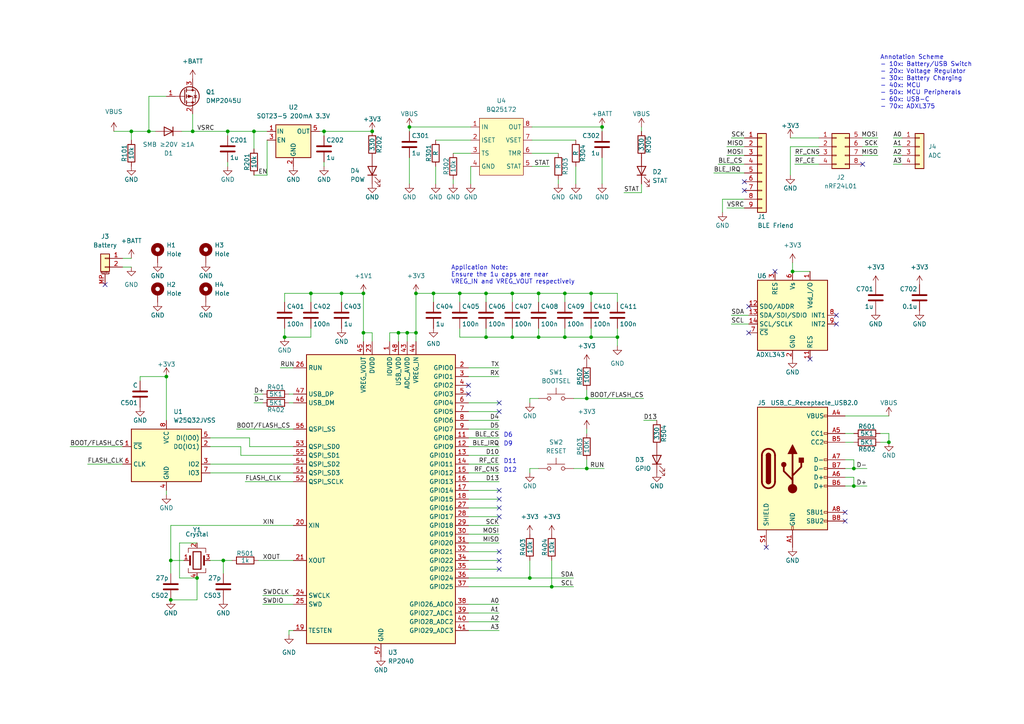
<source format=kicad_sch>
(kicad_sch (version 20211123) (generator eeschema)
  (paper "A4")
  (junction (at 73.66 38.1))
  (junction (at 229.87 78.74))
  (junction (at 140.97 85.09))
  (junction (at 115.57 96.52))
  (junction (at 105.41 85.09))
  (junction (at 118.745 36.83))
  (junction (at 99.06 85.09))
  (junction (at 156.21 85.09))
  (junction (at 148.59 97.79))
  (junction (at 170.18 135.89))
  (junction (at 48.26 109.22))
  (junction (at 133.35 85.09))
  (junction (at 55.88 38.1))
  (junction (at 120.65 96.52))
  (junction (at 49.53 173.99))
  (junction (at 90.17 85.09))
  (junction (at 107.95 38.1))
  (junction (at 66.04 38.1))
  (junction (at 156.21 97.79))
  (junction (at 118.11 96.52))
  (junction (at 49.53 162.56))
  (junction (at 140.97 97.79))
  (junction (at 170.18 115.57))
  (junction (at 64.77 162.56))
  (junction (at 105.41 96.52))
  (junction (at 153.67 167.64))
  (junction (at 163.83 97.79))
  (junction (at 257.81 128.27))
  (junction (at 57.15 167.64))
  (junction (at 247.65 140.97))
  (junction (at 148.59 85.09))
  (junction (at 174.625 36.83))
  (junction (at 171.45 97.79))
  (junction (at 82.55 97.79))
  (junction (at 120.65 85.09))
  (junction (at 179.07 97.79))
  (junction (at 125.73 85.09))
  (junction (at 171.45 85.09))
  (junction (at 93.98 38.1))
  (junction (at 43.18 38.1))
  (junction (at 38.1 38.1))
  (junction (at 247.65 135.89))
  (junction (at 163.83 85.09))
  (junction (at 160.02 170.18))
  (no_connect (at 144.78 160.02))
  (no_connect (at 135.89 111.76))
  (no_connect (at 135.89 114.3))
  (no_connect (at 250.19 47.625))
  (no_connect (at 242.57 93.98))
  (no_connect (at 242.57 91.44))
  (no_connect (at 144.78 147.32))
  (no_connect (at 217.17 96.52))
  (no_connect (at 217.17 88.9))
  (no_connect (at 215.9 52.705))
  (no_connect (at 215.9 55.245))
  (no_connect (at 245.11 148.59))
  (no_connect (at 234.95 104.14))
  (no_connect (at 224.79 78.74))
  (no_connect (at 144.78 165.1))
  (no_connect (at 30.48 82.55))
  (no_connect (at 144.78 119.38))
  (no_connect (at 144.78 116.84))
  (no_connect (at 144.78 142.24))
  (no_connect (at 245.11 151.13))
  (no_connect (at 222.25 158.75))
  (no_connect (at 144.78 162.56))
  (no_connect (at 144.78 144.78))
  (no_connect (at 144.78 149.86))
  (wire (pts (xy 77.47 40.64) (xy 77.47 50.8)))
  (wire (pts (xy 85.09 152.4) (xy 49.53 152.4)))
  (wire (pts (xy 57.15 167.64) (xy 57.15 173.99)))
  (wire (pts (xy 245.11 138.43) (xy 247.65 138.43)))
  (wire (pts (xy 135.89 116.84) (xy 144.78 116.84)))
  (wire (pts (xy 135.89 144.78) (xy 144.78 144.78)))
  (wire (pts (xy 90.17 85.09) (xy 99.06 85.09)))
  (wire (pts (xy 133.35 87.63) (xy 133.35 85.09)))
  (wire (pts (xy 83.82 116.84) (xy 85.09 116.84)))
  (wire (pts (xy 140.97 85.09) (xy 148.59 85.09)))
  (wire (pts (xy 255.27 125.73) (xy 257.81 125.73)))
  (wire (pts (xy 229.235 42.545) (xy 229.235 50.8)))
  (wire (pts (xy 83.82 182.88) (xy 85.09 182.88)))
  (wire (pts (xy 69.85 132.08) (xy 69.85 129.54)))
  (wire (pts (xy 148.59 97.79) (xy 156.21 97.79)))
  (wire (pts (xy 140.97 97.79) (xy 148.59 97.79)))
  (wire (pts (xy 115.57 96.52) (xy 118.11 96.52)))
  (wire (pts (xy 33.02 38.1) (xy 38.1 38.1)))
  (wire (pts (xy 174.625 36.83) (xy 174.625 38.1)))
  (wire (pts (xy 135.89 129.54) (xy 144.78 129.54)))
  (wire (pts (xy 209.55 57.785) (xy 209.55 61.595)))
  (wire (pts (xy 179.07 97.79) (xy 179.07 100.33)))
  (wire (pts (xy 131.445 52.07) (xy 131.445 53.34)))
  (wire (pts (xy 105.41 99.06) (xy 105.41 96.52)))
  (wire (pts (xy 135.89 177.8) (xy 144.78 177.8)))
  (wire (pts (xy 135.89 167.64) (xy 153.67 167.64)))
  (wire (pts (xy 107.95 96.52) (xy 107.95 99.06)))
  (wire (pts (xy 210.82 45.085) (xy 215.9 45.085)))
  (wire (pts (xy 105.41 96.52) (xy 107.95 96.52)))
  (wire (pts (xy 245.11 128.27) (xy 247.65 128.27)))
  (wire (pts (xy 153.67 135.89) (xy 156.21 135.89)))
  (wire (pts (xy 171.45 85.09) (xy 171.45 87.63)))
  (wire (pts (xy 113.03 99.06) (xy 113.03 96.52)))
  (wire (pts (xy 72.39 129.54) (xy 85.09 129.54)))
  (wire (pts (xy 148.59 95.25) (xy 148.59 97.79)))
  (wire (pts (xy 140.97 85.09) (xy 140.97 87.63)))
  (wire (pts (xy 135.89 121.92) (xy 144.78 121.92)))
  (wire (pts (xy 212.09 40.005) (xy 215.9 40.005)))
  (wire (pts (xy 93.98 38.1) (xy 93.98 39.37)))
  (wire (pts (xy 82.55 97.79) (xy 90.17 97.79)))
  (wire (pts (xy 118.745 45.72) (xy 118.745 53.34)))
  (wire (pts (xy 135.89 165.1) (xy 144.78 165.1)))
  (wire (pts (xy 259.08 47.625) (xy 261.62 47.625)))
  (wire (pts (xy 210.82 60.325) (xy 215.9 60.325)))
  (wire (pts (xy 135.89 180.34) (xy 144.78 180.34)))
  (wire (pts (xy 135.89 182.88) (xy 144.78 182.88)))
  (wire (pts (xy 38.1 38.1) (xy 43.18 38.1)))
  (wire (pts (xy 113.03 96.52) (xy 115.57 96.52)))
  (wire (pts (xy 135.89 139.7) (xy 144.78 139.7)))
  (wire (pts (xy 229.87 78.74) (xy 234.95 78.74)))
  (wire (pts (xy 92.71 38.1) (xy 93.98 38.1)))
  (wire (pts (xy 156.21 95.25) (xy 156.21 97.79)))
  (wire (pts (xy 255.27 128.27) (xy 257.81 128.27)))
  (wire (pts (xy 215.9 57.785) (xy 209.55 57.785)))
  (wire (pts (xy 118.11 96.52) (xy 120.65 96.52)))
  (wire (pts (xy 49.53 152.4) (xy 49.53 162.56)))
  (wire (pts (xy 259.08 45.085) (xy 261.62 45.085)))
  (wire (pts (xy 148.59 85.09) (xy 156.21 85.09)))
  (wire (pts (xy 135.89 162.56) (xy 144.78 162.56)))
  (wire (pts (xy 49.53 162.56) (xy 49.53 166.37)))
  (wire (pts (xy 81.28 106.68) (xy 85.09 106.68)))
  (wire (pts (xy 99.06 85.09) (xy 105.41 85.09)))
  (wire (pts (xy 245.11 133.35) (xy 247.65 133.35)))
  (wire (pts (xy 73.66 116.84) (xy 76.2 116.84)))
  (wire (pts (xy 120.65 85.09) (xy 125.73 85.09)))
  (wire (pts (xy 153.67 162.56) (xy 153.67 167.64)))
  (wire (pts (xy 82.55 95.25) (xy 82.55 97.79)))
  (wire (pts (xy 208.28 47.625) (xy 215.9 47.625)))
  (wire (pts (xy 105.41 96.52) (xy 105.41 85.09)))
  (wire (pts (xy 64.77 162.56) (xy 64.77 166.37)))
  (wire (pts (xy 43.18 27.94) (xy 48.26 27.94)))
  (wire (pts (xy 133.35 85.09) (xy 140.97 85.09)))
  (wire (pts (xy 135.89 175.26) (xy 144.78 175.26)))
  (wire (pts (xy 186.055 53.34) (xy 186.055 55.88)))
  (wire (pts (xy 250.19 42.545) (xy 254.635 42.545)))
  (wire (pts (xy 71.12 139.7) (xy 85.09 139.7)))
  (wire (pts (xy 171.45 95.25) (xy 171.45 97.79)))
  (wire (pts (xy 179.07 85.09) (xy 179.07 87.63)))
  (wire (pts (xy 180.975 55.88) (xy 186.055 55.88)))
  (wire (pts (xy 85.09 134.62) (xy 60.96 134.62)))
  (wire (pts (xy 135.89 142.24) (xy 144.78 142.24)))
  (wire (pts (xy 135.89 152.4) (xy 144.78 152.4)))
  (wire (pts (xy 135.89 134.62) (xy 144.78 134.62)))
  (wire (pts (xy 247.65 140.97) (xy 251.46 140.97)))
  (wire (pts (xy 186.055 36.83) (xy 186.055 38.1)))
  (wire (pts (xy 161.925 52.07) (xy 161.925 53.34)))
  (wire (pts (xy 163.83 95.25) (xy 163.83 97.79)))
  (wire (pts (xy 135.89 109.22) (xy 144.78 109.22)))
  (wire (pts (xy 140.97 95.25) (xy 140.97 97.79)))
  (wire (pts (xy 212.09 91.44) (xy 217.17 91.44)))
  (wire (pts (xy 125.73 85.09) (xy 133.35 85.09)))
  (wire (pts (xy 186.69 121.92) (xy 190.5 121.92)))
  (wire (pts (xy 60.96 162.56) (xy 64.77 162.56)))
  (wire (pts (xy 38.1 38.1) (xy 38.1 40.64)))
  (wire (pts (xy 85.09 132.08) (xy 69.85 132.08)))
  (wire (pts (xy 52.07 157.48) (xy 52.07 167.64)))
  (wire (pts (xy 135.89 106.68) (xy 144.78 106.68)))
  (wire (pts (xy 229.235 40.005) (xy 237.49 40.005)))
  (wire (pts (xy 66.04 38.1) (xy 73.66 38.1)))
  (wire (pts (xy 135.89 157.48) (xy 144.78 157.48)))
  (wire (pts (xy 136.525 48.26) (xy 136.525 53.34)))
  (wire (pts (xy 68.58 124.46) (xy 85.09 124.46)))
  (wire (pts (xy 135.89 137.16) (xy 144.78 137.16)))
  (wire (pts (xy 154.305 44.45) (xy 161.925 44.45)))
  (wire (pts (xy 74.93 162.56) (xy 85.09 162.56)))
  (wire (pts (xy 170.18 124.46) (xy 170.18 125.73)))
  (wire (pts (xy 76.2 172.72) (xy 85.09 172.72)))
  (wire (pts (xy 163.83 85.09) (xy 163.83 87.63)))
  (wire (pts (xy 133.35 95.25) (xy 133.35 97.79)))
  (wire (pts (xy 77.47 50.8) (xy 73.66 50.8)))
  (wire (pts (xy 35.56 77.47) (xy 38.1 77.47)))
  (wire (pts (xy 83.82 184.15) (xy 83.82 182.88)))
  (wire (pts (xy 115.57 96.52) (xy 115.57 99.06)))
  (wire (pts (xy 135.89 147.32) (xy 144.78 147.32)))
  (wire (pts (xy 66.04 38.1) (xy 66.04 39.37)))
  (wire (pts (xy 154.305 40.64) (xy 167.005 40.64)))
  (wire (pts (xy 83.82 114.3) (xy 85.09 114.3)))
  (wire (pts (xy 76.2 175.26) (xy 85.09 175.26)))
  (wire (pts (xy 245.11 135.89) (xy 247.65 135.89)))
  (wire (pts (xy 35.56 74.93) (xy 38.1 74.93)))
  (wire (pts (xy 90.17 85.09) (xy 90.17 87.63)))
  (wire (pts (xy 250.19 45.085) (xy 254.635 45.085)))
  (wire (pts (xy 72.39 127) (xy 72.39 129.54)))
  (wire (pts (xy 230.505 45.085) (xy 237.49 45.085)))
  (wire (pts (xy 48.26 142.24) (xy 48.26 143.51)))
  (wire (pts (xy 20.32 129.54) (xy 35.56 129.54)))
  (wire (pts (xy 166.37 135.89) (xy 170.18 135.89)))
  (wire (pts (xy 156.21 85.09) (xy 163.83 85.09)))
  (wire (pts (xy 170.18 133.35) (xy 170.18 135.89)))
  (wire (pts (xy 48.26 109.22) (xy 48.26 121.92)))
  (wire (pts (xy 212.09 93.98) (xy 217.17 93.98)))
  (wire (pts (xy 126.365 40.64) (xy 136.525 40.64)))
  (wire (pts (xy 156.21 85.09) (xy 156.21 87.63)))
  (wire (pts (xy 66.04 46.99) (xy 66.04 48.26)))
  (wire (pts (xy 133.35 97.79) (xy 140.97 97.79)))
  (wire (pts (xy 160.02 162.56) (xy 160.02 170.18)))
  (wire (pts (xy 210.82 42.545) (xy 215.9 42.545)))
  (wire (pts (xy 40.64 109.22) (xy 40.64 110.49)))
  (wire (pts (xy 126.365 48.26) (xy 126.365 53.34)))
  (wire (pts (xy 170.18 113.03) (xy 170.18 115.57)))
  (wire (pts (xy 166.37 115.57) (xy 170.18 115.57)))
  (wire (pts (xy 171.45 85.09) (xy 179.07 85.09)))
  (wire (pts (xy 153.67 167.64) (xy 166.37 167.64)))
  (wire (pts (xy 125.73 85.09) (xy 125.73 87.63)))
  (wire (pts (xy 49.53 173.99) (xy 57.15 173.99)))
  (wire (pts (xy 135.89 119.38) (xy 144.78 119.38)))
  (wire (pts (xy 55.88 38.1) (xy 66.04 38.1)))
  (wire (pts (xy 230.505 47.625) (xy 237.49 47.625)))
  (wire (pts (xy 135.89 127) (xy 144.78 127)))
  (wire (pts (xy 118.11 96.52) (xy 118.11 99.06)))
  (wire (pts (xy 229.87 76.2) (xy 229.87 78.74)))
  (wire (pts (xy 135.89 160.02) (xy 144.78 160.02)))
  (wire (pts (xy 118.745 36.83) (xy 136.525 36.83)))
  (wire (pts (xy 131.445 44.45) (xy 136.525 44.45)))
  (wire (pts (xy 153.67 137.16) (xy 153.67 135.89)))
  (wire (pts (xy 229.235 42.545) (xy 237.49 42.545)))
  (wire (pts (xy 174.625 45.72) (xy 174.625 53.34)))
  (wire (pts (xy 64.77 162.56) (xy 67.31 162.56)))
  (wire (pts (xy 154.305 48.26) (xy 159.385 48.26)))
  (wire (pts (xy 135.89 170.18) (xy 160.02 170.18)))
  (wire (pts (xy 247.65 133.35) (xy 247.65 135.89)))
  (wire (pts (xy 43.18 27.94) (xy 43.18 38.1)))
  (wire (pts (xy 120.65 96.52) (xy 120.65 85.09)))
  (wire (pts (xy 170.18 135.89) (xy 175.26 135.89)))
  (wire (pts (xy 135.89 149.86) (xy 144.78 149.86)))
  (wire (pts (xy 73.66 38.1) (xy 73.66 43.18)))
  (wire (pts (xy 167.005 48.26) (xy 167.005 53.34)))
  (wire (pts (xy 259.08 40.005) (xy 261.62 40.005)))
  (wire (pts (xy 247.65 138.43) (xy 247.65 140.97)))
  (wire (pts (xy 60.96 137.16) (xy 85.09 137.16)))
  (wire (pts (xy 60.96 127) (xy 72.39 127)))
  (wire (pts (xy 259.08 42.545) (xy 261.62 42.545)))
  (wire (pts (xy 247.65 135.89) (xy 251.46 135.89)))
  (wire (pts (xy 153.67 115.57) (xy 156.21 115.57)))
  (wire (pts (xy 52.07 157.48) (xy 57.15 157.48)))
  (wire (pts (xy 163.83 85.09) (xy 171.45 85.09)))
  (wire (pts (xy 52.07 167.64) (xy 57.15 167.64)))
  (wire (pts (xy 93.98 46.99) (xy 93.98 48.26)))
  (wire (pts (xy 245.11 140.97) (xy 247.65 140.97)))
  (wire (pts (xy 93.98 38.1) (xy 107.95 38.1)))
  (wire (pts (xy 154.305 36.83) (xy 174.625 36.83)))
  (wire (pts (xy 171.45 97.79) (xy 179.07 97.79)))
  (wire (pts (xy 156.21 97.79) (xy 163.83 97.79)))
  (wire (pts (xy 148.59 85.09) (xy 148.59 87.63)))
  (wire (pts (xy 245.11 125.73) (xy 247.65 125.73)))
  (wire (pts (xy 207.01 50.165) (xy 215.9 50.165)))
  (wire (pts (xy 49.53 162.56) (xy 53.34 162.56)))
  (wire (pts (xy 52.705 38.1) (xy 55.88 38.1)))
  (wire (pts (xy 245.11 120.65) (xy 257.81 120.65)))
  (wire (pts (xy 73.66 114.3) (xy 76.2 114.3)))
  (wire (pts (xy 99.06 85.09) (xy 99.06 87.63)))
  (wire (pts (xy 257.81 125.73) (xy 257.81 128.27)))
  (wire (pts (xy 43.18 38.1) (xy 45.085 38.1)))
  (wire (pts (xy 160.02 170.18) (xy 166.37 170.18)))
  (wire (pts (xy 55.88 33.02) (xy 55.88 38.1)))
  (wire (pts (xy 170.18 115.57) (xy 186.69 115.57)))
  (wire (pts (xy 135.89 132.08) (xy 144.78 132.08)))
  (wire (pts (xy 120.65 96.52) (xy 120.65 99.06)))
  (wire (pts (xy 118.745 36.83) (xy 118.745 38.1)))
  (wire (pts (xy 48.26 109.22) (xy 40.64 109.22)))
  (wire (pts (xy 82.55 85.09) (xy 82.55 87.63)))
  (wire (pts (xy 179.07 95.25) (xy 179.07 97.79)))
  (wire (pts (xy 82.55 85.09) (xy 90.17 85.09)))
  (wire (pts (xy 135.89 154.94) (xy 144.78 154.94)))
  (wire (pts (xy 135.89 124.46) (xy 144.78 124.46)))
  (wire (pts (xy 69.85 129.54) (xy 60.96 129.54)))
  (wire (pts (xy 153.67 116.84) (xy 153.67 115.57)))
  (wire (pts (xy 90.17 95.25) (xy 90.17 97.79)))
  (wire (pts (xy 250.19 40.005) (xy 254.635 40.005)))
  (wire (pts (xy 163.83 97.79) (xy 171.45 97.79)))
  (wire (pts (xy 73.66 38.1) (xy 77.47 38.1)))
  (wire (pts (xy 35.56 134.62) (xy 25.4 134.62)))
  (text "D6" (at 146.05 127 0) (effects (font (size 1.27 1.27)) (justify left bottom)))
  (text "Annotation Scheme\n- 10x: Battery/USB Switch\n- 20x: Voltage Regulator\n- 30x: Battery Charging\n- 40x: MCU \n- 50x: MCU Peripherals\n- 60x: USB-C\n- 70x: ADXL375" (at 255.27 31.75 0) (effects (font (size 1.27 1.27)) (justify left bottom)))
  (text "D9" (at 146.05 129.54 0) (effects (font (size 1.27 1.27)) (justify left bottom)))
  (text "Application Note:\nEnsure the 1u caps are near \nVREG_IN and VREG_VOUT respectively" (at 130.81 82.55 0) (effects (font (size 1.27 1.27)) (justify left bottom)))
  (text "D11\n" (at 146.05 134.62 0) (effects (font (size 1.27 1.27)) (justify left bottom)))
  (text "D12" (at 146.05 137.16 0) (effects (font (size 1.27 1.27)) (justify left bottom)))
  (label "BOOT{slash}FLASH_CS" (at 68.58 124.46 0))
  (label "BLE_IRQ" (at 144.78 129.54 180))
  (label "STAT" (at 159.385 48.26 180))
  (label "TX" (at 144.78 106.68 180))
  (label "XOUT" (at 76.2 162.56 0))
  (label "SCL" (at 212.09 93.98 0))
  (label "SWDIO" (at 76.2 175.26 0))
  (label "SDA" (at 166.37 167.64 180))
  (label "MISO" (at 254.635 45.085 180))
  (label "D10" (at 144.78 132.08 180))
  (label "MOSI" (at 254.635 40.005 180))
  (label "A0" (at 144.78 175.26 180))
  (label "BOOT{slash}FLASH_CS" (at 20.32 129.54 0))
  (label "BOOT{slash}FLASH_CS" (at 186.69 115.57 180))
  (label "EN" (at 74.93 50.8 0))
  (label "STAT" (at 180.975 55.88 0))
  (label "RF_CE" (at 230.505 47.625 0))
  (label "A3" (at 144.78 182.88 180))
  (label "FLASH_CLK" (at 25.4 134.62 0))
  (label "D-" (at 73.66 116.84 0))
  (label "SCL" (at 166.37 170.18 180))
  (label "A1" (at 259.08 42.545 0))
  (label "MISO" (at 144.78 157.48 180))
  (label "RUN" (at 81.28 106.68 0))
  (label "D-" (at 251.46 135.89 180))
  (label "RF_CNS" (at 144.78 137.16 180))
  (label "SCK" (at 254.635 42.545 180))
  (label "FLASH_CLK" (at 71.12 139.7 0))
  (label "BLE_IRQ" (at 207.01 50.165 0))
  (label "BLE_CS" (at 208.28 47.625 0))
  (label "A2" (at 144.78 180.34 180))
  (label "D+" (at 73.66 114.3 0))
  (label "MOSI" (at 210.82 45.085 0))
  (label "SCK" (at 212.09 40.005 0))
  (label "SCK" (at 144.78 152.4 180))
  (label "MISO" (at 210.82 42.545 0))
  (label "A3" (at 259.08 47.625 0))
  (label "RUN" (at 175.26 135.89 180))
  (label "VSRC" (at 57.15 38.1 0))
  (label "SWDCLK" (at 76.2 172.72 0))
  (label "XIN" (at 76.2 152.4 0))
  (label "VSRC" (at 210.82 60.325 0))
  (label "A0" (at 259.08 40.005 0))
  (label "A2" (at 259.08 45.085 0))
  (label "SDA" (at 212.09 91.44 0))
  (label "BLE_CS" (at 144.78 127 180))
  (label "A1" (at 144.78 177.8 180))
  (label "D13" (at 186.69 121.92 0))
  (label "RF_CNS" (at 230.505 45.085 0))
  (label "D+" (at 251.46 140.97 180))
  (label "RF_CE" (at 144.78 134.62 180))
  (label "RX" (at 144.78 109.22 180))
  (label "D13" (at 144.78 139.7 180))
  (label "MOSI" (at 144.78 154.94 180))
  (label "D4" (at 144.78 121.92 180))
  (label "D5" (at 144.78 124.46 180))
  (symbol (lib_id "power:GND") (at 229.87 158.75 0) (unit 1)
    (property "Reference" "#PWR039" (effects hide))
    (property "Value" "GND" (at 229.87 162.56 0))
  )
  (symbol (lib_id "power:GND") (at 229.235 50.8 0) (mirror y) (unit 1)
    (property "Reference" "#PWR0106" (effects hide))
    (property "Value" "GND" (at 229.235 54.61 0))
  )
  (symbol (lib_id "power:GND") (at 153.67 137.16 0) (unit 1)
    (property "Reference" "#PWR011" (effects hide))
    (property "Value" "GND" (at 153.67 140.97 0))
  )
  (symbol (lib_id "Connector_Generic:Conn_01x09") (at 220.98 50.165 0) (unit 1)
    (property "Reference" "J1" (at 219.71 62.865 0) (effects (justify left)))
    (property "Value" "BLE Friend" (at 219.71 65.405 0) (effects (justify left)))
    (property "Footprint" "Connector_PinSocket_2.54mm:PinSocket_1x09_P2.54mm_Vertical" (effects hide))
  )
  (symbol (lib_id "power:+BATT") (at 38.1 74.93 0) (unit 1)
    (property "Reference" "#PWR035" (effects hide))
    (property "Value" "+BATT" (at 38.1 69.85 0))
  )
  (symbol (lib_id "Device:C") (at 118.745 41.91 0) (unit 1)
    (property "Reference" "C301" (at 119.38 39.37 0) (effects (justify left)))
    (property "Value" "1u" (at 119.38 44.45 0) (effects (justify left)))
    (property "Footprint" "Capacitor_SMD:C_0805_2012Metric_Pad1.18x1.45mm_HandSolder" (effects hide))
  )
  (symbol (lib_id "Regulator_Linear:TLV70033_SOT23-5") (at 85.09 40.64 0) (unit 1)
    (property "Reference" "U2" (at 85.09 31.115 0))
    (property "Value" "SOT23-5 200mA 3.3V" (at 85.09 33.655 0))
    (property "Footprint" "Package_TO_SOT_SMD:SOT-23-5" (effects hide))
    (property "Datasheet" "http://www.ti.com/lit/ds/symlink/tlv700.pdf" (effects hide))
  )
  (symbol (lib_id "power:GND") (at 85.09 48.26 0) (unit 1)
    (property "Reference" "#PWR014" (effects hide))
    (property "Value" "GND" (at 85.09 52.07 0))
  )
  (symbol (lib_id "power:GND") (at 38.1 48.26 0) (unit 1)
    (property "Reference" "#PWR02" (effects hide))
    (property "Value" "GND" (at 38.1 52.07 0))
  )
  (symbol (lib_id "power:+3V3") (at 170.18 105.41 0) (unit 1)
    (property "Reference" "#PWR025" (effects hide))
    (property "Value" "+3V3" (at 170.18 100.33 0))
  )
  (symbol (lib_id "power:GND") (at 125.73 95.25 0) (unit 1)
    (property "Reference" "#PWR021" (effects hide))
    (property "Value" "GND" (at 125.73 99.695 0))
  )
  (symbol (lib_id "MCU_RaspberryPi:RP2040") (at 110.49 144.78 0) (unit 1)
    (property "Reference" "U3" (at 112.5094 189.23 0) (effects (justify left)))
    (property "Value" "RP2040" (at 112.5094 191.77 0) (effects (justify left)))
    (property "Footprint" "Package_DFN_QFN:QFN-56-1EP_7x7mm_P0.4mm_EP3.2x3.2mm" (effects hide))
    (property "Datasheet" "https://datasheets.raspberrypi.com/rp2040/rp2040-datasheet.pdf" (effects hide))
  )
  (symbol (lib_id "power:+BATT") (at 174.625 36.83 0) (unit 1)
    (property "Reference" "#PWR0104" (effects hide))
    (property "Value" "+BATT" (at 174.625 33.02 0))
  )
  (symbol (lib_id "Device:C") (at 254 86.36 0) (mirror y) (unit 1)
    (property "Reference" "C701" (at 253.365 83.82 0) (effects (justify left)))
    (property "Value" "1u" (at 253.365 88.9 0) (effects (justify left)))
    (property "Footprint" "Capacitor_SMD:C_0805_2012Metric_Pad1.18x1.45mm_HandSolder" (effects hide))
  )
  (symbol (lib_id "Device:R") (at 160.02 158.75 0) (mirror y) (unit 1)
    (property "Reference" "R404" (at 157.988 158.75 90))
    (property "Value" "10k" (at 160.02 158.75 90))
    (property "Footprint" "Resistor_SMD:R_0805_2012Metric_Pad1.20x1.40mm_HandSolder" (effects hide))
  )
  (symbol (lib_id "Connector:USB_C_Receptacle_USB2.0") (at 229.87 135.89 0) (unit 1)
    (property "Reference" "J5" (at 219.71 116.84 0) (effects (justify left)))
    (property "Value" "USB_C_Receptacle_USB2.0" (at 248.92 116.84 0) (effects (justify right)))
    (property "Footprint" "Connector_USB:USB_C_Receptacle_Palconn_UTC16-G" (effects hide))
    (property "Datasheet" "https://www.usb.org/sites/default/files/documents/usb_type-c.zip" (effects hide))
  )
  (symbol (lib_id "Device:R") (at 80.01 116.84 270) (unit 1)
    (property "Reference" "R402" (at 80.01 118.872 90))
    (property "Value" "5K1" (at 80.01 116.84 90))
    (property "Footprint" "Resistor_SMD:R_0805_2012Metric_Pad1.20x1.40mm_HandSolder" (effects hide))
  )
  (symbol (lib_id "Device:R") (at 71.12 162.56 90) (unit 1)
    (property "Reference" "R501" (at 71.12 160.528 90))
    (property "Value" "1k" (at 71.12 162.56 90))
    (property "Footprint" "Resistor_SMD:R_0805_2012Metric_Pad1.20x1.40mm_HandSolder" (effects hide))
  )
  (symbol (lib_id "power:GND") (at 136.525 53.34 0) (unit 1)
    (property "Reference" "#PWR029" (effects hide))
    (property "Value" "GND" (at 136.525 57.15 0))
  )
  (symbol (lib_id "Device:R") (at 186.055 41.91 0) (mirror x) (unit 1)
    (property "Reference" "R305" (at 188.087 41.91 90))
    (property "Value" "330" (at 186.055 41.91 90))
    (property "Footprint" "Resistor_SMD:R_0805_2012Metric_Pad1.20x1.40mm_HandSolder" (effects hide))
  )
  (symbol (lib_id "Device:C") (at 66.04 43.18 0) (unit 1)
    (property "Reference" "C201" (at 66.675 40.64 0) (effects (justify left)))
    (property "Value" "1u" (at 66.675 45.72 0) (effects (justify left)))
    (property "Footprint" "Capacitor_SMD:C_0805_2012Metric_Pad1.18x1.45mm_HandSolder" (effects hide))
  )
  (symbol (lib_id "power:GND") (at 64.77 173.99 0) (unit 1)
    (property "Reference" "#PWR09" (effects hide))
    (property "Value" "GND" (at 64.77 177.8 0))
  )
  (symbol (lib_id "Device:R") (at 161.925 48.26 0) (unit 1)
    (property "Reference" "R303" (at 163.957 48.26 90))
    (property "Value" "R" (at 161.925 48.26 90))
    (property "Footprint" "Resistor_SMD:R_0805_2012Metric_Pad1.20x1.40mm_HandSolder" (effects hide))
  )
  (symbol (lib_id "power:GND") (at 209.55 61.595 0) (mirror y) (unit 1)
    (property "Reference" "#PWR0105" (effects hide))
    (property "Value" "GND" (at 209.55 65.405 0))
  )
  (symbol (lib_id "power:GND") (at 59.69 87.63 0) (unit 1)
    (property "Reference" "#PWR0101" (effects hide))
    (property "Value" "GND" (at 59.69 91.44 0))
  )
  (symbol (lib_id "power:VBUS") (at 257.81 120.65 0) (unit 1)
    (property "Reference" "#PWR040" (effects hide))
    (property "Value" "VBUS" (at 257.81 116.84 0))
  )
  (symbol (lib_id "power:GND") (at 257.81 128.27 0) (unit 1)
    (property "Reference" "#PWR041" (effects hide))
    (property "Value" "GND" (at 257.81 132.08 0))
  )
  (symbol (lib_id "Device:R") (at 170.18 109.22 0) (mirror y) (unit 1)
    (property "Reference" "R502" (at 168.148 109.22 90))
    (property "Value" "10K" (at 170.18 109.22 90))
    (property "Footprint" "Resistor_SMD:R_0805_2012Metric_Pad1.20x1.40mm_HandSolder" (effects hide))
  )
  (symbol (lib_id "power:+3V3") (at 266.7 82.55 0) (unit 1)
    (property "Reference" "#PWR047" (effects hide))
    (property "Value" "+3V3" (at 266.7 77.47 0))
  )
  (symbol (lib_id "Device:C") (at 82.55 91.44 0) (unit 1)
    (property "Reference" "C401" (at 83.185 88.9 0) (effects (justify left)))
    (property "Value" "100n" (at 83.185 93.98 0) (effects (justify left)))
    (property "Footprint" "Capacitor_SMD:C_0603_1608Metric_Pad1.08x0.95mm_HandSolder" (effects hide))
  )
  (symbol (lib_id "power:GND") (at 82.55 97.79 0) (unit 1)
    (property "Reference" "#PWR012" (effects hide))
    (property "Value" "GND" (at 82.55 101.6 0))
  )
  (symbol (lib_id "Device:C") (at 140.97 91.44 0) (unit 1)
    (property "Reference" "C406" (at 141.605 88.9 0) (effects (justify left)))
    (property "Value" "100n" (at 141.605 93.98 0) (effects (justify left)))
    (property "Footprint" "Capacitor_SMD:C_0603_1608Metric_Pad1.08x0.95mm_HandSolder" (effects hide))
  )
  (symbol (lib_id "power:+3V3") (at 170.18 124.46 0) (unit 1)
    (property "Reference" "#PWR026" (effects hide))
    (property "Value" "+3V3" (at 170.18 119.38 0))
  )
  (symbol (lib_id "power:+1V1") (at 105.41 85.09 0) (unit 1)
    (property "Reference" "#PWR016" (effects hide))
    (property "Value" "+1V1" (at 105.41 80.01 0))
  )
  (symbol (lib_id "power:GND") (at 126.365 53.34 0) (unit 1)
    (property "Reference" "#PWR024" (effects hide))
    (property "Value" "GND" (at 126.365 57.15 0))
  )
  (symbol (lib_id "power:GND") (at 174.625 53.34 0) (mirror y) (unit 1)
    (property "Reference" "#PWR038" (effects hide))
    (property "Value" "GND" (at 174.625 57.15 0))
  )
  (symbol (lib_id "power:GND") (at 83.82 184.15 0) (unit 1)
    (property "Reference" "#PWR013" (effects hide))
    (property "Value" "GND" (at 83.82 189.23 0))
  )
  (symbol (lib_id "Device:C") (at 148.59 91.44 0) (unit 1)
    (property "Reference" "C407" (at 149.225 88.9 0) (effects (justify left)))
    (property "Value" "100n" (at 149.225 93.98 0) (effects (justify left)))
    (property "Footprint" "Capacitor_SMD:C_0603_1608Metric_Pad1.08x0.95mm_HandSolder" (effects hide))
  )
  (symbol (lib_id "Device:R") (at 167.005 44.45 0) (mirror x) (unit 1)
    (property "Reference" "R304" (at 169.037 44.45 90))
    (property "Value" "R" (at 167.005 44.45 90))
    (property "Footprint" "Resistor_SMD:R_0805_2012Metric_Pad1.20x1.40mm_HandSolder" (effects hide))
  )
  (symbol (lib_id "Device:D") (at 48.895 38.1 0) (mirror y) (unit 1)
    (property "Reference" "D1" (at 48.895 44.45 0))
    (property "Value" "SMB ≥20V ≥1A" (at 48.895 41.91 0))
    (property "Footprint" "Diode_SMD:D_SOD-323_HandSoldering" (effects hide))
  )
  (symbol (lib_id "power:+3V3") (at 107.95 38.1 0) (unit 1)
    (property "Reference" "#PWR019" (effects hide))
    (property "Value" "+3V3" (at 107.95 34.544 0))
  )
  (symbol (lib_id "power:+3V3") (at 254 82.55 0) (unit 1)
    (property "Reference" "#PWR045" (effects hide))
    (property "Value" "+3V3" (at 254 77.47 0))
  )
  (symbol (lib_id "power:GND") (at 190.5 137.16 0) (unit 1)
    (property "Reference" "#PWR049" (effects hide))
    (property "Value" "GND" (at 190.5 140.97 0))
  )
  (symbol (lib_id "Mechanical:MountingHole_Pad") (at 59.69 73.66 0) (unit 1)
    (property "Reference" "H3" (at 62.23 71.1199 0) (effects (justify left)))
    (property "Value" "Hole" (at 62.23 73.6599 0) (effects (justify left)))
    (property "Footprint" "MountingHole:MountingHole_2.2mm_M2_DIN965_Pad" (effects hide))
  )
  (symbol (lib_id "Mechanical:MountingHole_Pad") (at 45.72 73.66 0) (unit 1)
    (property "Reference" "H1" (at 48.26 71.1199 0) (effects (justify left)))
    (property "Value" "Hole" (at 48.26 73.6599 0) (effects (justify left)))
    (property "Footprint" "MountingHole:MountingHole_2.2mm_M2_DIN965_Pad" (effects hide))
  )
  (symbol (lib_id "power:+BATT") (at 55.88 22.86 0) (unit 1)
    (property "Reference" "#PWR07" (effects hide))
    (property "Value" "+BATT" (at 55.88 17.78 0))
  )
  (symbol (lib_id "NiMH_Charger:BQ25172") (at 145.415 40.64 0) (unit 1)
    (property "Reference" "U4" (at 145.415 29.21 0))
    (property "Value" "BQ25172" (at 145.415 31.75 0))
    (property "Footprint" "Package_SON:WSON-8-1EP_2x2mm_P0.5mm_EP0.9x1.6mm_ThermalVias" (effects hide))
  )
  (symbol (lib_id "power:GND") (at 40.64 118.11 0) (unit 1)
    (property "Reference" "#PWR03" (effects hide))
    (property "Value" "GND" (at 40.64 121.92 0))
  )
  (symbol (lib_id "power:GND") (at 229.87 104.14 0) (mirror y) (unit 1)
    (property "Reference" "#PWR044" (effects hide))
    (property "Value" "GND" (at 229.87 107.95 0))
  )
  (symbol (lib_id "power:GND") (at 99.06 95.25 0) (unit 1)
    (property "Reference" "#PWR015" (effects hide))
    (property "Value" "GND" (at 99.06 99.06 0))
  )
  (symbol (lib_id "power:GND") (at 49.53 173.99 0) (unit 1)
    (property "Reference" "#PWR06" (effects hide))
    (property "Value" "GND" (at 49.53 177.8 0))
  )
  (symbol (lib_id "Device:R") (at 107.95 41.91 0) (mirror x) (unit 1)
    (property "Reference" "R202" (at 109.982 41.91 90))
    (property "Value" "330" (at 107.95 41.91 90))
    (property "Footprint" "Resistor_SMD:R_0805_2012Metric_Pad1.20x1.40mm_HandSolder" (effects hide))
  )
  (symbol (lib_id "Connector_Generic_MountingPin:Conn_01x02_MountingPin") (at 30.48 74.93 0) (mirror y) (unit 1)
    (property "Reference" "J3" (at 30.48 68.58 0))
    (property "Value" "Battery" (at 30.48 71.12 0))
    (property "Footprint" "Connector_JST:JST_PH_S2B-PH-SM4-TB_1x02-1MP_P2.00mm_Horizontal" (effects hide))
  )
  (symbol (lib_id "power:GND") (at 93.98 48.26 0) (unit 1)
    (property "Reference" "#PWR017" (effects hide))
    (property "Value" "GND" (at 93.98 52.07 0))
  )
  (symbol (lib_id "Device:LED") (at 186.055 49.53 90) (unit 1)
    (property "Reference" "D2" (at 189.23 49.8474 90) (effects (justify right)))
    (property "Value" "STAT" (at 189.23 52.3874 90) (effects (justify right)))
    (property "Footprint" "LED_SMD:LED_0805_2012Metric_Pad1.15x1.40mm_HandSolder" (effects hide))
  )
  (symbol (lib_id "power:GND") (at 179.07 100.33 0) (unit 1)
    (property "Reference" "#PWR027" (effects hide))
    (property "Value" "GND" (at 179.07 105.41 0))
  )
  (symbol (lib_id "Device:C") (at 64.77 170.18 180) (unit 1)
    (property "Reference" "C503" (at 64.135 172.72 0) (effects (justify left)))
    (property "Value" "27p" (at 64.135 167.64 0) (effects (justify left)))
    (property "Footprint" "Capacitor_SMD:C_0805_2012Metric_Pad1.18x1.45mm_HandSolder" (effects hide))
  )
  (symbol (lib_id "Device:R") (at 170.18 129.54 0) (mirror y) (unit 1)
    (property "Reference" "R503" (at 168.148 129.54 90))
    (property "Value" "10K" (at 170.18 129.54 90))
    (property "Footprint" "Resistor_SMD:R_0805_2012Metric_Pad1.20x1.40mm_HandSolder" (effects hide))
  )
  (symbol (lib_id "power:GND") (at 38.1 77.47 0) (unit 1)
    (property "Reference" "#PWR036" (effects hide))
    (property "Value" "GND" (at 38.1 82.55 0))
  )
  (symbol (lib_id "Mechanical:MountingHole_Pad") (at 59.69 85.09 0) (unit 1)
    (property "Reference" "H4" (at 62.23 82.5499 0) (effects (justify left)))
    (property "Value" "Hole" (at 62.23 85.0899 0) (effects (justify left)))
    (property "Footprint" "MountingHole:MountingHole_2.2mm_M2_DIN965_Pad" (effects hide))
  )
  (symbol (lib_id "Device:C") (at 266.7 86.36 0) (mirror y) (unit 1)
    (property "Reference" "C702" (at 266.065 83.82 0) (effects (justify left)))
    (property "Value" "0.1u" (at 266.065 88.9 0) (effects (justify left)))
    (property "Footprint" "Capacitor_SMD:C_0805_2012Metric_Pad1.18x1.45mm_HandSolder" (effects hide))
  )
  (symbol (lib_id "power:GND") (at 59.69 76.2 0) (unit 1)
    (property "Reference" "#PWR034" (effects hide))
    (property "Value" "GND" (at 59.69 80.01 0))
  )
  (symbol (lib_id "Device:C") (at 99.06 91.44 0) (unit 1)
    (property "Reference" "C403" (at 99.695 88.9 0) (effects (justify left)))
    (property "Value" "1u" (at 99.695 93.98 0) (effects (justify left)))
    (property "Footprint" "Capacitor_SMD:C_0603_1608Metric_Pad1.08x0.95mm_HandSolder" (effects hide))
  )
  (symbol (lib_id "power:VBUS") (at 186.055 36.83 0) (mirror y) (unit 1)
    (property "Reference" "#PWR042" (effects hide))
    (property "Value" "VBUS" (at 186.055 33.02 0))
  )
  (symbol (lib_id "power:GND") (at 45.72 87.63 0) (unit 1)
    (property "Reference" "#PWR033" (effects hide))
    (property "Value" "GND" (at 45.72 91.44 0))
  )
  (symbol (lib_id "Device:C") (at 179.07 91.44 0) (unit 1)
    (property "Reference" "C411" (at 179.705 88.9 0) (effects (justify left)))
    (property "Value" "100n" (at 179.705 93.98 0) (effects (justify left)))
    (property "Footprint" "Capacitor_SMD:C_0603_1608Metric_Pad1.08x0.95mm_HandSolder" (effects hide))
  )
  (symbol (lib_id "Device:LED") (at 107.95 49.53 90) (unit 1)
    (property "Reference" "D4" (at 101.6 49.53 90) (effects (justify right)))
    (property "Value" "POW" (at 101.6 52.07 90) (effects (justify right)))
    (property "Footprint" "LED_SMD:LED_0805_2012Metric_Pad1.15x1.40mm_HandSolder" (effects hide))
  )
  (symbol (lib_id "Device:C") (at 90.17 91.44 0) (unit 1)
    (property "Reference" "C402" (at 90.805 88.9 0) (effects (justify left)))
    (property "Value" "100n" (at 90.805 93.98 0) (effects (justify left)))
    (property "Footprint" "Capacitor_SMD:C_0603_1608Metric_Pad1.08x0.95mm_HandSolder" (effects hide))
  )
  (symbol (lib_id "power:GND") (at 161.925 53.34 0) (mirror y) (unit 1)
    (property "Reference" "#PWR030" (effects hide))
    (property "Value" "GND" (at 161.925 57.15 0))
  )
  (symbol (lib_id "Device:R") (at 126.365 44.45 0) (mirror y) (unit 1)
    (property "Reference" "R301" (at 124.333 44.45 90))
    (property "Value" "R" (at 126.365 44.45 90))
    (property "Footprint" "Resistor_SMD:R_0805_2012Metric_Pad1.20x1.40mm_HandSolder" (effects hide))
  )
  (symbol (lib_id "power:GND") (at 131.445 53.34 0) (unit 1)
    (property "Reference" "#PWR028" (effects hide))
    (property "Value" "GND" (at 131.445 57.15 0))
  )
  (symbol (lib_id "power:+3V3") (at 153.67 154.94 0) (unit 1)
    (property "Reference" "#PWR0103" (effects hide))
    (property "Value" "+3V3" (at 153.67 149.86 0))
  )
  (symbol (lib_id "Device:C") (at 171.45 91.44 0) (unit 1)
    (property "Reference" "C410" (at 172.085 88.9 0) (effects (justify left)))
    (property "Value" "100n" (at 172.085 93.98 0) (effects (justify left)))
    (property "Footprint" "Capacitor_SMD:C_0603_1608Metric_Pad1.08x0.95mm_HandSolder" (effects hide))
  )
  (symbol (lib_id "power:GND") (at 48.26 143.51 0) (unit 1)
    (property "Reference" "#PWR05" (effects hide))
    (property "Value" "GND" (at 48.26 147.32 0))
  )
  (symbol (lib_id "power:GND") (at 266.7 90.17 0) (mirror y) (unit 1)
    (property "Reference" "#PWR048" (effects hide))
    (property "Value" "GND" (at 266.7 93.98 0))
  )
  (symbol (lib_id "Switch:SW_Push") (at 161.29 135.89 0) (unit 1)
    (property "Reference" "SW2" (at 161.29 128.27 0))
    (property "Value" "RESET" (at 161.29 130.81 0))
    (property "Footprint" "Button_Switch_SMD:SW_Push_1P1T_NO_CK_KMR2" (effects hide))
  )
  (symbol (lib_id "Device:Crystal_GND24") (at 57.15 162.56 0) (unit 1)
    (property "Reference" "Y1" (at 57.15 153.67 0))
    (property "Value" "Crystal" (at 57.15 154.94 0))
    (property "Footprint" "Crystal:Crystal_SMD_SeikoEpson_FA238-4Pin_3.2x2.5mm" (effects hide))
  )
  (symbol (lib_id "Device:C") (at 133.35 91.44 0) (unit 1)
    (property "Reference" "C405" (at 133.985 88.9 0) (effects (justify left)))
    (property "Value" "100n" (at 133.985 93.98 0) (effects (justify left)))
    (property "Footprint" "Capacitor_SMD:C_0603_1608Metric_Pad1.08x0.95mm_HandSolder" (effects hide))
  )
  (symbol (lib_id "Transistor_FET:AO3401A") (at 53.34 27.94 0) (unit 1)
    (property "Reference" "Q1" (at 59.69 26.6699 0) (effects (justify left)))
    (property "Value" "DMP2045U" (at 59.69 29.2099 0) (effects (justify left)))
    (property "Footprint" "Package_TO_SOT_SMD:SOT-23" (effects hide))
    (property "Datasheet" "https://www.diodes.com/assets/Datasheets/DMP2045U.pdf" (effects hide))
  )
  (symbol (lib_id "Device:R") (at 80.01 114.3 270) (mirror x) (unit 1)
    (property "Reference" "R401" (at 80.01 112.268 90))
    (property "Value" "5K1" (at 80.01 114.3 90))
    (property "Footprint" "Resistor_SMD:R_0805_2012Metric_Pad1.20x1.40mm_HandSolder" (effects hide))
  )
  (symbol (lib_id "power:VBUS") (at 33.02 38.1 0) (unit 1)
    (property "Reference" "#PWR01" (effects hide))
    (property "Value" "VBUS" (at 33.02 32.385 0))
  )
  (symbol (lib_id "Device:C") (at 40.64 114.3 180) (unit 1)
    (property "Reference" "C501" (at 40.005 116.84 0) (effects (justify left)))
    (property "Value" "C" (at 40.005 111.76 0) (effects (justify left)))
    (property "Footprint" "Capacitor_SMD:C_0805_2012Metric_Pad1.18x1.45mm_HandSolder" (effects hide))
  )
  (symbol (lib_id "power:GND") (at 118.745 53.34 0) (unit 1)
    (property "Reference" "#PWR023" (effects hide))
    (property "Value" "GND" (at 118.745 57.15 0))
  )
  (symbol (lib_id "Connector_Generic:Conn_01x04") (at 266.7 42.545 0) (unit 1)
    (property "Reference" "J4" (at 269.24 42.5449 0) (effects (justify left)))
    (property "Value" "ADC" (at 269.24 45.0849 0) (effects (justify left)))
    (property "Footprint" "Connector_PinSocket_2.54mm:PinSocket_1x04_P2.54mm_Vertical" (effects hide))
  )
  (symbol (lib_id "power:GND") (at 107.95 53.34 0) (unit 1)
    (property "Reference" "#PWR037" (effects hide))
    (property "Value" "GND" (at 107.95 57.15 0))
  )
  (symbol (lib_id "power:GND") (at 153.67 116.84 0) (unit 1)
    (property "Reference" "#PWR08" (effects hide))
    (property "Value" "GND" (at 153.67 120.65 0))
  )
  (symbol (lib_id "Memory_Flash:W25Q32JVSS") (at 48.26 132.08 0) (unit 1)
    (property "Reference" "U1" (at 50.2794 119.38 0) (effects (justify left)))
    (property "Value" "W25Q32JVSS" (at 50.2794 121.92 0) (effects (justify left)))
    (property "Footprint" "Package_SO:SOIC-8_5.23x5.23mm_P1.27mm" (effects hide))
    (property "Datasheet" "http://www.winbond.com/resource-files/w25q32jv%20revg%2003272018%20plus.pdf" (effects hide))
  )
  (symbol (lib_id "Device:R") (at 190.5 125.73 0) (mirror x) (unit 1)
    (property "Reference" "R504" (at 192.532 125.73 90))
    (property "Value" "330" (at 190.5 125.73 90))
    (property "Footprint" "Resistor_SMD:R_0805_2012Metric_Pad1.20x1.40mm_HandSolder" (effects hide))
  )
  (symbol (lib_id "power:GND") (at 254 90.17 0) (mirror y) (unit 1)
    (property "Reference" "#PWR046" (effects hide))
    (property "Value" "GND" (at 254 93.98 0))
  )
  (symbol (lib_id "power:+3V3") (at 229.87 76.2 0) (unit 1)
    (property "Reference" "#PWR043" (effects hide))
    (property "Value" "+3V3" (at 229.87 71.12 0))
  )
  (symbol (lib_id "Sensor_Motion:ADXL343") (at 229.87 91.44 0) (unit 1)
    (property "Reference" "U6" (at 220.98 80.01 0))
    (property "Value" "ADXL343" (at 223.52 102.87 0))
    (property "Footprint" "Package_LGA:LGA-14_3x5mm_P0.8mm_LayoutBorder1x6y" (effects hide))
    (property "Datasheet" "https://www.analog.com/media/en/technical-documentation/data-sheets/ADXL343.pdf" (effects hide))
  )
  (symbol (lib_id "Device:R") (at 73.66 46.99 180) (unit 1)
    (property "Reference" "R201" (at 71.628 46.99 90))
    (property "Value" "10k" (at 73.66 46.99 90))
    (property "Footprint" "Resistor_SMD:R_0805_2012Metric_Pad1.20x1.40mm_HandSolder" (effects hide))
  )
  (symbol (lib_id "Device:C") (at 93.98 43.18 0) (unit 1)
    (property "Reference" "C202" (at 94.615 40.64 0) (effects (justify left)))
    (property "Value" "1u" (at 94.615 45.72 0) (effects (justify left)))
    (property "Footprint" "Capacitor_SMD:C_0805_2012Metric_Pad1.18x1.45mm_HandSolder" (effects hide))
  )
  (symbol (lib_id "power:GND") (at 66.04 48.26 0) (unit 1)
    (property "Reference" "#PWR010" (effects hide))
    (property "Value" "GND" (at 66.04 52.07 0))
  )
  (symbol (lib_id "power:GND") (at 110.49 190.5 0) (unit 1)
    (property "Reference" "#PWR018" (effects hide))
    (property "Value" "GND" (at 110.49 194.31 0))
  )
  (symbol (lib_id "Device:R") (at 131.445 48.26 0) (mirror y) (unit 1)
    (property "Reference" "R302" (at 129.413 48.26 90))
    (property "Value" "10k" (at 131.445 48.26 90))
    (property "Footprint" "Resistor_SMD:R_0805_2012Metric_Pad1.20x1.40mm_HandSolder" (effects hide))
  )
  (symbol (lib_id "Device:C") (at 49.53 170.18 180) (unit 1)
    (property "Reference" "C502" (at 48.895 172.72 0) (effects (justify left)))
    (property "Value" "27p" (at 48.895 167.64 0) (effects (justify left)))
    (property "Footprint" "Capacitor_SMD:C_0805_2012Metric_Pad1.18x1.45mm_HandSolder" (effects hide))
  )
  (symbol (lib_id "power:GND") (at 167.005 53.34 0) (unit 1)
    (property "Reference" "#PWR031" (effects hide))
    (property "Value" "GND" (at 167.005 57.15 0))
  )
  (symbol (lib_id "power:+3V3") (at 229.235 40.005 0) (unit 1)
    (property "Reference" "#PWR0107" (effects hide))
    (property "Value" "+3V3" (at 229.235 36.449 0))
  )
  (symbol (lib_id "Device:C") (at 156.21 91.44 0) (unit 1)
    (property "Reference" "C408" (at 156.845 88.9 0) (effects (justify left)))
    (property "Value" "100n" (at 156.845 93.98 0) (effects (justify left)))
    (property "Footprint" "Capacitor_SMD:C_0603_1608Metric_Pad1.08x0.95mm_HandSolder" (effects hide))
  )
  (symbol (lib_id "power:+3V3") (at 160.02 154.94 0) (unit 1)
    (property "Reference" "#PWR0102" (effects hide))
    (property "Value" "+3V3" (at 160.02 149.86 0))
  )
  (symbol (lib_id "Device:R") (at 251.46 125.73 270) (mirror x) (unit 1)
    (property "Reference" "R601" (at 251.46 123.698 90))
    (property "Value" "5K1" (at 251.46 125.73 90))
    (property "Footprint" "Resistor_SMD:R_0805_2012Metric_Pad1.20x1.40mm_HandSolder" (effects hide))
  )
  (symbol (lib_id "Connector_Generic:Conn_02x04_Top_Bottom") (at 242.57 42.545 0) (unit 1)
    (property "Reference" "J2" (at 243.84 51.435 0))
    (property "Value" "nRF24L01" (at 243.84 53.975 0))
    (property "Footprint" "Connector_PinSocket_2.54mm:PinSocket_2x04_P2.54mm_Vertical" (effects hide))
  )
  (symbol (lib_id "Device:R") (at 153.67 158.75 0) (mirror y) (unit 1)
    (property "Reference" "R403" (at 151.638 158.75 90))
    (property "Value" "10k" (at 153.67 158.75 90))
    (property "Footprint" "Resistor_SMD:R_0805_2012Metric_Pad1.20x1.40mm_HandSolder" (effects hide))
  )
  (symbol (lib_id "Mechanical:MountingHole_Pad") (at 45.72 85.09 0) (unit 1)
    (property "Reference" "H2" (at 48.26 82.5499 0) (effects (justify left)))
    (property "Value" "Hole" (at 48.26 85.0899 0) (effects (justify left)))
    (property "Footprint" "MountingHole:MountingHole_2.2mm_M2_DIN965_Pad" (effects hide))
  )
  (symbol (lib_id "Switch:SW_Push") (at 161.29 115.57 0) (unit 1)
    (property "Reference" "SW1" (at 161.29 107.95 0))
    (property "Value" "BOOTSEL" (at 161.29 110.49 0))
    (property "Footprint" "Button_Switch_SMD:SW_Push_1P1T_NO_CK_KMR2" (effects hide))
  )
  (symbol (lib_id "power:GND") (at 45.72 76.2 0) (unit 1)
    (property "Reference" "#PWR032" (effects hide))
    (property "Value" "GND" (at 45.72 80.01 0))
  )
  (symbol (lib_id "power:VBUS") (at 118.745 36.83 0) (unit 1)
    (property "Reference" "#PWR022" (effects hide))
    (property "Value" "VBUS" (at 118.745 33.02 0))
  )
  (symbol (lib_id "Device:C") (at 174.625 41.91 0) (mirror y) (unit 1)
    (property "Reference" "C302" (at 173.99 39.37 0) (effects (justify left)))
    (property "Value" "1u" (at 173.99 44.45 0) (effects (justify left)))
    (property "Footprint" "Capacitor_SMD:C_0805_2012Metric_Pad1.18x1.45mm_HandSolder" (effects hide))
  )
  (symbol (lib_id "Device:C") (at 163.83 91.44 0) (unit 1)
    (property "Reference" "C409" (at 164.465 88.9 0) (effects (justify left)))
    (property "Value" "100n" (at 164.465 93.98 0) (effects (justify left)))
    (property "Footprint" "Capacitor_SMD:C_0603_1608Metric_Pad1.08x0.95mm_HandSolder" (effects hide))
  )
  (symbol (lib_id "Device:LED") (at 190.5 133.35 90) (unit 1)
    (property "Reference" "D3" (at 184.15 133.35 90) (effects (justify right)))
    (property "Value" "GPIO" (at 184.15 135.89 90) (effects (justify right)))
    (property "Footprint" "LED_SMD:LED_0805_2012Metric_Pad1.15x1.40mm_HandSolder" (effects hide))
  )
  (symbol (lib_id "power:+3V3") (at 120.65 85.09 0) (unit 1)
    (property "Reference" "#PWR020" (effects hide))
    (property "Value" "+3V3" (at 120.65 80.01 0))
  )
  (symbol (lib_id "Device:R") (at 251.46 128.27 270) (unit 1)
    (property "Reference" "R602" (at 251.46 130.302 90))
    (property "Value" "5K1" (at 251.46 128.27 90))
    (property "Footprint" "Resistor_SMD:R_0805_2012Metric_Pad1.20x1.40mm_HandSolder" (effects hide))
  )
  (symbol (lib_id "Device:R") (at 38.1 44.45 180) (unit 1)
    (property "Reference" "R101" (at 36.068 44.45 90))
    (property "Value" "10k" (at 38.1 44.45 90))
    (property "Footprint" "Resistor_SMD:R_0805_2012Metric_Pad1.20x1.40mm_HandSolder" (effects hide))
  )
  (symbol (lib_id "power:+3V3") (at 48.26 109.22 0) (unit 1)
    (property "Reference" "#PWR04" (effects hide))
    (property "Value" "+3V3" (at 48.26 105.664 0))
  )
  (symbol (lib_id "Device:C") (at 125.73 91.44 0) (unit 1)
    (property "Reference" "C404" (at 126.365 88.9 0) (effects (justify left)))
    (property "Value" "1u" (at 126.365 93.98 0) (effects (justify left)))
    (property "Footprint" "Capacitor_SMD:C_0603_1608Metric_Pad1.08x0.95mm_HandSolder" (effects hide))
  )
)
</source>
